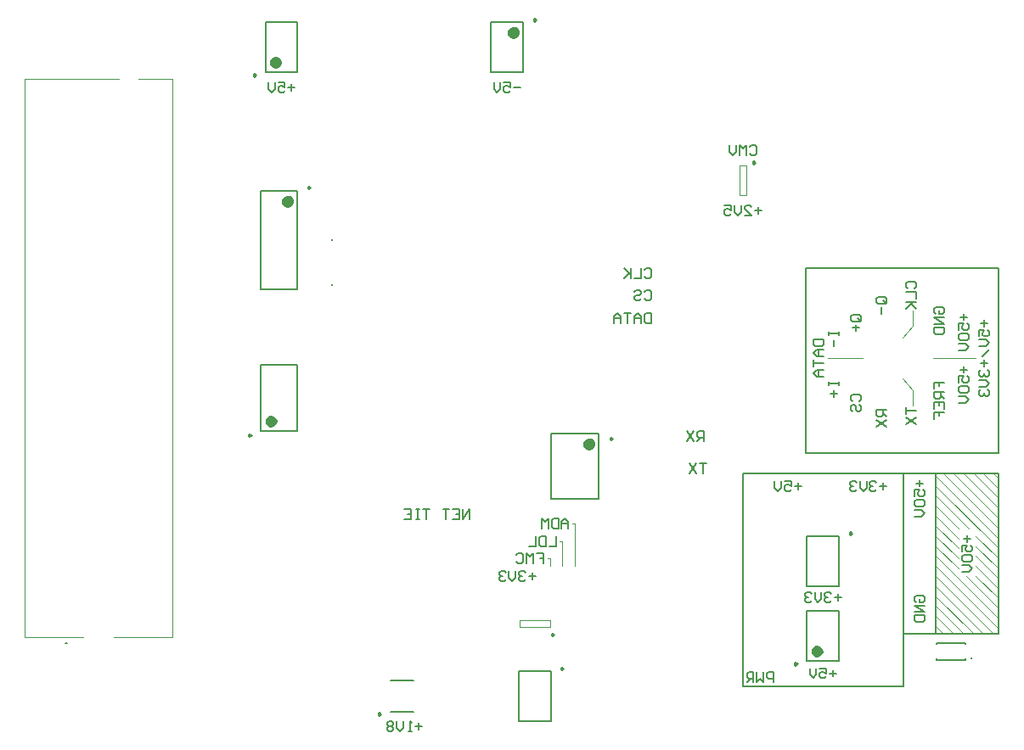
<source format=gbo>
G04*
G04 #@! TF.GenerationSoftware,Altium Limited,Altium Designer,23.11.1 (41)*
G04*
G04 Layer_Color=32896*
%FSLAX25Y25*%
%MOIN*%
G70*
G04*
G04 #@! TF.SameCoordinates,29EA51B2-5BA9-446F-9376-B5E75E75F833*
G04*
G04*
G04 #@! TF.FilePolarity,Positive*
G04*
G01*
G75*
%ADD11C,0.00984*%
%ADD12C,0.00984*%
%ADD13C,0.02362*%
%ADD15C,0.00787*%
%ADD16C,0.00394*%
%ADD18C,0.00602*%
%ADD111C,0.00610*%
D11*
X297146Y76772D02*
X296408Y77198D01*
Y76345D01*
X297146Y76772D01*
X221850Y-122028D02*
X221112Y-121601D01*
Y-122454D01*
X221850Y-122028D01*
X335039Y-68878D02*
X334301Y-68452D01*
Y-69304D01*
X335039Y-68878D01*
X313583Y-120098D02*
X312844Y-119672D01*
Y-120525D01*
X313583Y-120098D01*
X150197Y-139862D02*
X149459Y-139436D01*
Y-140288D01*
X150197Y-139862D01*
X100984Y111201D02*
X100246Y111627D01*
Y110775D01*
X100984Y111201D01*
X99213Y-30315D02*
X98474Y-29889D01*
Y-30741D01*
X99213Y-30315D01*
X122343Y67028D02*
X121604Y67454D01*
Y66601D01*
X122343Y67028D01*
X241142Y-31693D02*
X240404Y-31267D01*
Y-32119D01*
X241142Y-31693D01*
X218012Y-108661D02*
X217274Y-108235D01*
Y-109088D01*
X218012Y-108661D01*
X211024Y132894D02*
X210285Y133320D01*
Y132467D01*
X211024Y132894D01*
D12*
X131102Y46260D02*
D03*
Y28543D02*
D03*
X382087Y-118110D02*
D03*
D13*
X322638Y-115157D02*
X322193Y-114234D01*
X321194Y-114006D01*
X320393Y-114645D01*
Y-115670D01*
X321194Y-116309D01*
X322193Y-116081D01*
X322638Y-115157D01*
X110039Y116142D02*
X109595Y117065D01*
X108595Y117293D01*
X107794Y116654D01*
Y115629D01*
X108595Y114990D01*
X109595Y115218D01*
X110039Y116142D01*
X108268Y-24803D02*
X107823Y-23880D01*
X106824Y-23652D01*
X106023Y-24291D01*
Y-25316D01*
X106824Y-25955D01*
X107823Y-25727D01*
X108268Y-24803D01*
X114764Y61614D02*
X114319Y62538D01*
X113320Y62766D01*
X112519Y62127D01*
Y61102D01*
X113320Y60463D01*
X114319Y60691D01*
X114764Y61614D01*
X233071Y-33661D02*
X232626Y-32738D01*
X231627Y-32510D01*
X230826Y-33149D01*
Y-34174D01*
X231627Y-34813D01*
X232626Y-34585D01*
X233071Y-33661D01*
X203346Y127953D02*
X202902Y128876D01*
X201903Y129104D01*
X201101Y128465D01*
Y127440D01*
X201903Y126801D01*
X202902Y127029D01*
X203346Y127953D01*
D15*
X27165Y-111984D02*
X26378D01*
X27165D01*
X316929Y-37402D02*
X392717D01*
X316929Y35433D02*
X392717D01*
Y-37402D02*
Y35433D01*
X316929Y-37402D02*
Y35433D01*
X392638Y-108268D02*
Y-45276D01*
X368110Y-108268D02*
Y-45276D01*
X392638D01*
X368110Y-108268D02*
X392638D01*
X368110D02*
Y-45276D01*
X355315Y-108268D02*
Y-45276D01*
X368110D01*
X355315Y-108268D02*
X368110D01*
X292323Y-45276D02*
X355315D01*
Y-128937D02*
Y-45276D01*
X204331Y-142717D02*
X216929D01*
X204331Y-123031D02*
X216929D01*
X204331Y-142717D02*
Y-123031D01*
X216929Y-142717D02*
Y-123031D01*
X317520Y-89567D02*
X330118D01*
X317520Y-69882D02*
X330118D01*
X317520Y-89567D02*
Y-69882D01*
X330118Y-89567D02*
Y-69882D01*
X368307Y-118504D02*
X379724D01*
X368307Y-111811D02*
X379724D01*
X368307Y-118504D02*
Y-117913D01*
X379724Y-118504D02*
Y-117913D01*
X368307Y-112402D02*
Y-111811D01*
X379724Y-112402D02*
Y-111811D01*
X317520Y-119095D02*
Y-99410D01*
X330118Y-119095D02*
Y-99410D01*
X317520Y-119095D02*
X330118D01*
X317520Y-99410D02*
X330118D01*
X153937Y-138976D02*
X162992D01*
X153937Y-126772D02*
X162992D01*
X292323Y-128937D02*
Y-45276D01*
Y-128937D02*
X355315D01*
X104921Y131890D02*
X117520D01*
X104921Y112205D02*
X117520D01*
Y131890D01*
X104921Y112205D02*
Y131890D01*
X103150Y-2756D02*
X117323D01*
X103150Y-28740D02*
X117323D01*
Y-2756D01*
X103150Y-28740D02*
Y-2756D01*
X117520Y26969D02*
Y65551D01*
X102953Y26969D02*
Y65551D01*
X117520D01*
X102953Y26969D02*
X117520D01*
X235827Y-55315D02*
Y-29724D01*
X216929Y-55315D02*
Y-29724D01*
X235827D01*
X216929Y-55315D02*
X235827D01*
X193504Y112205D02*
X206102D01*
X193504Y131890D02*
X206102D01*
X193504Y112205D02*
Y131890D01*
X206102Y112205D02*
Y131890D01*
D16*
X290945Y75787D02*
X293602D01*
X290945Y63976D02*
X293602D01*
Y75787D01*
X290945Y63976D02*
Y75787D01*
X368110Y-105315D02*
X371063Y-108268D01*
X368110Y-101378D02*
X375000Y-108268D01*
X368110Y-97441D02*
X378937Y-108268D01*
X368110Y-93504D02*
X382874Y-108268D01*
X390748Y-45276D02*
X392717Y-47244D01*
X386811Y-45276D02*
X392717Y-51181D01*
X382874Y-45276D02*
X392717Y-55118D01*
X378937Y-45276D02*
X392717Y-59055D01*
X374016Y-45276D02*
X375000D01*
X368110Y-46260D02*
Y-45276D01*
X379921Y-85630D02*
X392717Y-98425D01*
X225394Y-64961D02*
X226378D01*
Y-81693D02*
Y-64961D01*
X220472Y-71850D02*
X221457D01*
Y-81693D02*
Y-71850D01*
X216535Y-81693D02*
Y-78740D01*
X215551D02*
X216535D01*
X383858Y-69882D02*
X392717Y-78740D01*
X368110Y-73819D02*
X376969Y-82677D01*
X368110Y-85630D02*
X390748Y-108268D01*
X368110Y-89567D02*
X386811Y-108268D01*
X368110Y-81693D02*
X392717Y-106299D01*
X368110Y-77756D02*
X392717Y-102362D01*
X368110Y-58071D02*
X376969Y-66929D01*
X368110Y-46260D02*
X392717Y-70866D01*
X368110Y-65945D02*
X376969Y-74803D01*
X368110Y-54134D02*
X380906Y-66929D01*
X383858Y-77756D02*
X392717Y-86614D01*
X368110Y-50197D02*
X392717Y-74803D01*
X371063Y-45276D02*
X392717Y-66929D01*
X368110Y-62008D02*
X376969Y-70866D01*
X383858Y-81693D02*
X392717Y-90551D01*
X383858Y-85630D02*
X392638Y-94410D01*
X368110Y-69882D02*
X376969Y-78740D01*
X376969D01*
X383858Y-73819D02*
X392717Y-82677D01*
X375000Y-45276D02*
X392717Y-62992D01*
X366929Y0D02*
X383661D01*
X359055Y-18701D02*
Y-12795D01*
X355118Y-7874D02*
X359055Y-12795D01*
X355118Y7874D02*
X359055Y12795D01*
Y18701D01*
X325591Y0D02*
X339370D01*
X10472Y109807D02*
X47244D01*
X10472Y-109799D02*
Y109807D01*
Y-109799D02*
X33465D01*
X55118Y109807D02*
X68268D01*
Y-109799D02*
Y109807D01*
X45276Y-109799D02*
X68268D01*
X204724Y-102953D02*
X216535D01*
X204724Y-105709D02*
X216535D01*
X204724D02*
Y-102953D01*
X216535Y-105709D02*
Y-102953D01*
D18*
X299538Y58071D02*
X296915D01*
X298226Y59383D02*
Y56759D01*
X292979Y56103D02*
X295603D01*
X292979Y58727D01*
Y59383D01*
X293635Y60039D01*
X294947D01*
X295603Y59383D01*
X291667Y60039D02*
Y57415D01*
X290355Y56103D01*
X289043Y57415D01*
Y60039D01*
X285107D02*
X287731D01*
Y58071D01*
X286419Y58727D01*
X285763D01*
X285107Y58071D01*
Y56759D01*
X285763Y56103D01*
X287075D01*
X287731Y56759D01*
X253664Y34776D02*
X254320Y35432D01*
X255631D01*
X256287Y34776D01*
Y32153D01*
X255631Y31497D01*
X254320D01*
X253664Y32153D01*
X252352Y35432D02*
Y31497D01*
X249728D01*
X248416Y35432D02*
Y31497D01*
Y32809D01*
X245792Y35432D01*
X247760Y33465D01*
X245792Y31497D01*
X253664Y25918D02*
X254320Y26574D01*
X255631D01*
X256287Y25918D01*
Y23294D01*
X255631Y22638D01*
X254320D01*
X253664Y23294D01*
X249728Y25918D02*
X250384Y26574D01*
X251696D01*
X252352Y25918D01*
Y25262D01*
X251696Y24606D01*
X250384D01*
X249728Y23950D01*
Y23294D01*
X250384Y22638D01*
X251696D01*
X252352Y23294D01*
X256287Y17716D02*
Y13780D01*
X254320D01*
X253664Y14436D01*
Y17060D01*
X254320Y17716D01*
X256287D01*
X252352Y13780D02*
Y16404D01*
X251040Y17716D01*
X249728Y16404D01*
Y13780D01*
Y15748D01*
X252352D01*
X248416Y17716D02*
X245792D01*
X247104D01*
Y13780D01*
X244480D02*
Y16404D01*
X243168Y17716D01*
X241856Y16404D01*
Y13780D01*
Y15748D01*
X244480D01*
X315287Y-50197D02*
X312663D01*
X313975Y-48885D02*
Y-51509D01*
X308728Y-48229D02*
X311351D01*
Y-50197D01*
X310039Y-49541D01*
X309383D01*
X308728Y-50197D01*
Y-51509D01*
X309383Y-52165D01*
X310695D01*
X311351Y-51509D01*
X307416Y-48229D02*
Y-50853D01*
X306104Y-52165D01*
X304792Y-50853D01*
Y-48229D01*
X348751Y-50197D02*
X346127D01*
X347439Y-48885D02*
Y-51509D01*
X344815Y-48885D02*
X344159Y-48229D01*
X342847D01*
X342191Y-48885D01*
Y-49541D01*
X342847Y-50197D01*
X343503D01*
X342847D01*
X342191Y-50853D01*
Y-51509D01*
X342847Y-52165D01*
X344159D01*
X344815Y-51509D01*
X340880Y-48229D02*
Y-50853D01*
X339568Y-52165D01*
X338256Y-50853D01*
Y-48229D01*
X336944Y-48885D02*
X336288Y-48229D01*
X334976D01*
X334320Y-48885D01*
Y-49541D01*
X334976Y-50197D01*
X335632D01*
X334976D01*
X334320Y-50853D01*
Y-51509D01*
X334976Y-52165D01*
X336288D01*
X336944Y-51509D01*
X185035Y-63374D02*
Y-59438D01*
X182411Y-63374D01*
Y-59438D01*
X178476D02*
X181099D01*
Y-63374D01*
X178476D01*
X181099Y-61406D02*
X179788D01*
X177164Y-59438D02*
X174540D01*
X175852D01*
Y-63374D01*
X169292Y-59438D02*
X166668D01*
X167980D01*
Y-63374D01*
X165357Y-59438D02*
X164045D01*
X164701D01*
Y-63374D01*
X165357D01*
X164045D01*
X159453Y-59438D02*
X162077D01*
Y-63374D01*
X159453D01*
X162077Y-61406D02*
X160765D01*
X294947Y83005D02*
X295603Y83661D01*
X296915D01*
X297570Y83005D01*
Y80381D01*
X296915Y79725D01*
X295603D01*
X294947Y80381D01*
X293635Y79725D02*
Y83661D01*
X292323Y82349D01*
X291011Y83661D01*
Y79725D01*
X289699Y83661D02*
Y81037D01*
X288387Y79725D01*
X287075Y81037D01*
Y83661D01*
X116468Y106299D02*
X113844D01*
X115156Y107611D02*
Y104987D01*
X109909Y108267D02*
X112532D01*
Y106299D01*
X111221Y106955D01*
X110564D01*
X109909Y106299D01*
Y104987D01*
X110564Y104331D01*
X111876D01*
X112532Y104987D01*
X108597Y108267D02*
Y105643D01*
X107285Y104331D01*
X105973Y105643D01*
Y108267D01*
X218886Y-69883D02*
Y-73818D01*
X216262D01*
X214950Y-69883D02*
Y-73818D01*
X212982D01*
X212326Y-73162D01*
Y-70539D01*
X212982Y-69883D01*
X214950D01*
X211014D02*
Y-73818D01*
X208390D01*
X223807Y-66928D02*
Y-64305D01*
X222495Y-62993D01*
X221183Y-64305D01*
Y-66928D01*
Y-64961D01*
X223807D01*
X219871Y-62993D02*
Y-66928D01*
X217903D01*
X217248Y-66272D01*
Y-63649D01*
X217903Y-62993D01*
X219871D01*
X215936Y-66928D02*
Y-62993D01*
X214624Y-64305D01*
X213312Y-62993D01*
Y-66928D01*
X211341Y-76772D02*
X213965D01*
Y-78740D01*
X212653D01*
X213965D01*
Y-80708D01*
X210029D02*
Y-76772D01*
X208717Y-78084D01*
X207405Y-76772D01*
Y-80708D01*
X203469Y-77428D02*
X204125Y-76772D01*
X205437D01*
X206093Y-77428D01*
Y-80052D01*
X205437Y-80708D01*
X204125D01*
X203469Y-80052D01*
X211012Y-85630D02*
X208388D01*
X209700Y-84318D02*
Y-86942D01*
X207076Y-84318D02*
X206420Y-83662D01*
X205108D01*
X204452Y-84318D01*
Y-84974D01*
X205108Y-85630D01*
X205764D01*
X205108D01*
X204452Y-86286D01*
Y-86942D01*
X205108Y-87598D01*
X206420D01*
X207076Y-86942D01*
X203140Y-83662D02*
Y-86286D01*
X201828Y-87598D01*
X200517Y-86286D01*
Y-83662D01*
X199205Y-84318D02*
X198549Y-83662D01*
X197237D01*
X196581Y-84318D01*
Y-84974D01*
X197237Y-85630D01*
X197893D01*
X197237D01*
X196581Y-86286D01*
Y-86942D01*
X197237Y-87598D01*
X198549D01*
X199205Y-86942D01*
X361603Y-47846D02*
Y-50470D01*
X360291Y-49158D02*
X362915D01*
X359635Y-54406D02*
Y-51782D01*
X361603D01*
X360947Y-53094D01*
Y-53750D01*
X361603Y-54406D01*
X362915D01*
X363571Y-53750D01*
Y-52438D01*
X362915Y-51782D01*
X360291Y-55718D02*
X359635Y-56374D01*
Y-57686D01*
X360291Y-58342D01*
X362915D01*
X363571Y-57686D01*
Y-56374D01*
X362915Y-55718D01*
X360291D01*
X359635Y-59654D02*
X362259D01*
X363571Y-60966D01*
X362259Y-62278D01*
X359635D01*
X360291Y-95857D02*
X359635Y-95201D01*
Y-93889D01*
X360291Y-93233D01*
X362915D01*
X363571Y-93889D01*
Y-95201D01*
X362915Y-95857D01*
X361603D01*
Y-94545D01*
X363571Y-97169D02*
X359635D01*
X363571Y-99793D01*
X359635D01*
Y-101104D02*
X363571D01*
Y-103072D01*
X362915Y-103728D01*
X360291D01*
X359635Y-103072D01*
Y-101104D01*
X276957Y-32480D02*
Y-28544D01*
X274989D01*
X274333Y-29200D01*
Y-30512D01*
X274989Y-31168D01*
X276957D01*
X275645D02*
X274333Y-32480D01*
X273021Y-28544D02*
X270397Y-32480D01*
Y-28544D02*
X273021Y-32480D01*
X277941Y-41339D02*
X275317D01*
X276629D01*
Y-45275D01*
X274005Y-41339D02*
X271381Y-45275D01*
Y-41339D02*
X274005Y-45275D01*
X380374Y-69556D02*
Y-72180D01*
X379062Y-70868D02*
X381686D01*
X378406Y-76116D02*
Y-73492D01*
X380374D01*
X379718Y-74804D01*
Y-75460D01*
X380374Y-76116D01*
X381686D01*
X382342Y-75460D01*
Y-74148D01*
X381686Y-73492D01*
X379062Y-77428D02*
X378406Y-78084D01*
Y-79396D01*
X379062Y-80051D01*
X381686D01*
X382342Y-79396D01*
Y-78084D01*
X381686Y-77428D01*
X379062D01*
X378406Y-81363D02*
X381030D01*
X382342Y-82675D01*
X381030Y-83987D01*
X378406D01*
X166336Y-144685D02*
X163713D01*
X165024Y-143373D02*
Y-145997D01*
X162401Y-146653D02*
X161089D01*
X161745D01*
Y-142717D01*
X162401Y-143373D01*
X159121Y-142717D02*
Y-145341D01*
X157809Y-146653D01*
X156497Y-145341D01*
Y-142717D01*
X155185Y-143373D02*
X154529Y-142717D01*
X153217D01*
X152561Y-143373D01*
Y-144029D01*
X153217Y-144685D01*
X152561Y-145341D01*
Y-145997D01*
X153217Y-146653D01*
X154529D01*
X155185Y-145997D01*
Y-145341D01*
X154529Y-144685D01*
X155185Y-144029D01*
Y-143373D01*
X154529Y-144685D02*
X153217D01*
X205051Y106299D02*
X202427D01*
X198491Y108267D02*
X201115D01*
Y106299D01*
X199803Y106955D01*
X199147D01*
X198491Y106299D01*
Y104987D01*
X199147Y104331D01*
X200459D01*
X201115Y104987D01*
X197179Y108267D02*
Y105643D01*
X195867Y104331D01*
X194555Y105643D01*
Y108267D01*
X304405Y-127350D02*
Y-123415D01*
X302437D01*
X301781Y-124071D01*
Y-125382D01*
X302437Y-126039D01*
X304405D01*
X300469Y-123415D02*
Y-127350D01*
X299157Y-126039D01*
X297845Y-127350D01*
Y-123415D01*
X296533Y-127350D02*
Y-123415D01*
X294565D01*
X293910Y-124071D01*
Y-125382D01*
X294565Y-126039D01*
X296533D01*
X295221D02*
X293910Y-127350D01*
X329067Y-123819D02*
X326443D01*
X327755Y-122507D02*
Y-125131D01*
X322507Y-121851D02*
X325131D01*
Y-123819D01*
X323819Y-123163D01*
X323163D01*
X322507Y-123819D01*
Y-125131D01*
X323163Y-125787D01*
X324475D01*
X325131Y-125131D01*
X321195Y-121851D02*
Y-124475D01*
X319883Y-125787D01*
X318571Y-124475D01*
Y-121851D01*
X331034Y-93898D02*
X328411D01*
X329722Y-92586D02*
Y-95210D01*
X327099Y-92586D02*
X326443Y-91930D01*
X325131D01*
X324475Y-92586D01*
Y-93242D01*
X325131Y-93898D01*
X325787D01*
X325131D01*
X324475Y-94554D01*
Y-95210D01*
X325131Y-95865D01*
X326443D01*
X327099Y-95210D01*
X323163Y-91930D02*
Y-94554D01*
X321851Y-95865D01*
X320539Y-94554D01*
Y-91930D01*
X319227Y-92586D02*
X318571Y-91930D01*
X317259D01*
X316603Y-92586D01*
Y-93242D01*
X317259Y-93898D01*
X317915D01*
X317259D01*
X316603Y-94554D01*
Y-95210D01*
X317259Y-95865D01*
X318571D01*
X319227Y-95210D01*
D111*
X325966Y-9469D02*
Y-10780D01*
Y-10125D01*
X329902D01*
Y-9469D01*
Y-10780D01*
X327934Y-12748D02*
Y-15372D01*
X326622Y-14060D02*
X329246D01*
X338104Y14482D02*
X335480D01*
X334824Y15138D01*
Y16450D01*
X335480Y17106D01*
X338104D01*
X338760Y16450D01*
Y15138D01*
X337448Y15794D02*
X338760Y14482D01*
Y15138D02*
X338104Y14482D01*
X336792Y13171D02*
Y10547D01*
X335480Y11859D02*
X338104D01*
X347946Y21372D02*
X345323D01*
X344667Y22028D01*
Y23340D01*
X345323Y23996D01*
X347946D01*
X348602Y23340D01*
Y22028D01*
X347290Y22684D02*
X348602Y21372D01*
Y22028D02*
X347946Y21372D01*
X346635Y20060D02*
Y17436D01*
X325966Y10451D02*
Y9139D01*
Y9795D01*
X329902D01*
Y10451D01*
Y9139D01*
X327934Y7171D02*
Y4547D01*
X379115Y-3169D02*
Y-5793D01*
X377803Y-4481D02*
X380427D01*
X377147Y-9729D02*
Y-7105D01*
X379115D01*
X378459Y-8417D01*
Y-9073D01*
X379115Y-9729D01*
X380427D01*
X381083Y-9073D01*
Y-7761D01*
X380427Y-7105D01*
X377803Y-11041D02*
X377147Y-11697D01*
Y-13009D01*
X377803Y-13665D01*
X380427D01*
X381083Y-13009D01*
Y-11697D01*
X380427Y-11041D01*
X377803D01*
X377147Y-14976D02*
X379771D01*
X381083Y-16288D01*
X379771Y-17600D01*
X377147D01*
X379115Y17500D02*
Y14876D01*
X377803Y16188D02*
X380427D01*
X377147Y10940D02*
Y13564D01*
X379115D01*
X378459Y12252D01*
Y11596D01*
X379115Y10940D01*
X380427D01*
X381083Y11596D01*
Y12908D01*
X380427Y13564D01*
X377803Y9629D02*
X377147Y8973D01*
Y7661D01*
X377803Y7005D01*
X380427D01*
X381083Y7661D01*
Y8973D01*
X380427Y9629D01*
X377803D01*
X377147Y5693D02*
X379771D01*
X381083Y4381D01*
X379771Y3069D01*
X377147D01*
X367960Y17388D02*
X367304Y18044D01*
Y19355D01*
X367960Y20011D01*
X370584D01*
X371240Y19355D01*
Y18044D01*
X370584Y17388D01*
X369272D01*
Y18699D01*
X371240Y16076D02*
X367304D01*
X371240Y13452D01*
X367304D01*
Y12140D02*
X371240D01*
Y10172D01*
X370584Y9516D01*
X367960D01*
X367304Y10172D01*
Y12140D01*
X367304Y-12141D02*
Y-9517D01*
X369272D01*
Y-10829D01*
Y-9517D01*
X371240D01*
Y-13453D02*
X367304D01*
Y-15420D01*
X367960Y-16076D01*
X369272D01*
X369928Y-15420D01*
Y-13453D01*
Y-14764D02*
X371240Y-16076D01*
X367304Y-20012D02*
Y-17388D01*
X371240D01*
Y-20012D01*
X369272Y-17388D02*
Y-18700D01*
X367304Y-23948D02*
Y-21324D01*
X369272D01*
Y-22636D01*
Y-21324D01*
X371240D01*
X386989Y15087D02*
Y12463D01*
X385677Y13775D02*
X388301D01*
X385021Y8527D02*
Y11151D01*
X386989D01*
X386333Y9839D01*
Y9183D01*
X386989Y8527D01*
X388301D01*
X388957Y9183D01*
Y10495D01*
X388301Y11151D01*
X385021Y7215D02*
X387645D01*
X388957Y5904D01*
X387645Y4592D01*
X385021D01*
X388957Y3280D02*
X386333Y656D01*
X386989Y-656D02*
Y-3280D01*
X385677Y-1968D02*
X388301D01*
X385677Y-4592D02*
X385021Y-5248D01*
Y-6560D01*
X385677Y-7215D01*
X386333D01*
X386989Y-6560D01*
Y-5904D01*
Y-6560D01*
X387645Y-7215D01*
X388301D01*
X388957Y-6560D01*
Y-5248D01*
X388301Y-4592D01*
X385021Y-8527D02*
X387645D01*
X388957Y-9839D01*
X387645Y-11151D01*
X385021D01*
X385677Y-12463D02*
X385021Y-13119D01*
Y-14431D01*
X385677Y-15087D01*
X386333D01*
X386989Y-14431D01*
Y-13775D01*
Y-14431D01*
X387645Y-15087D01*
X388301D01*
X388957Y-14431D01*
Y-13119D01*
X388301Y-12463D01*
X348602Y-20295D02*
X344667D01*
Y-22263D01*
X345323Y-22919D01*
X346635D01*
X347290Y-22263D01*
Y-20295D01*
Y-21607D02*
X348602Y-22919D01*
X344667Y-24231D02*
X348602Y-26855D01*
X344667D02*
X348602Y-24231D01*
X335480Y-17014D02*
X334824Y-16358D01*
Y-15046D01*
X335480Y-14390D01*
X338104D01*
X338760Y-15046D01*
Y-16358D01*
X338104Y-17014D01*
X335480Y-20949D02*
X334824Y-20293D01*
Y-18981D01*
X335480Y-18326D01*
X336136D01*
X336792Y-18981D01*
Y-20293D01*
X337448Y-20949D01*
X338104D01*
X338760Y-20293D01*
Y-18981D01*
X338104Y-18326D01*
X356478Y-19311D02*
Y-21935D01*
Y-20623D01*
X360413D01*
X356478Y-23247D02*
X360413Y-25871D01*
X356478D02*
X360413Y-23247D01*
X357134Y27278D02*
X356478Y27934D01*
Y29246D01*
X357134Y29902D01*
X359757D01*
X360413Y29246D01*
Y27934D01*
X359757Y27278D01*
X356478Y25966D02*
X360413D01*
Y23342D01*
X356478Y22030D02*
X360413D01*
X359102D01*
X356478Y19406D01*
X358446Y21374D01*
X360413Y19406D01*
X320060Y7215D02*
X323996D01*
Y5248D01*
X323340Y4592D01*
X320716D01*
X320060Y5248D01*
Y7215D01*
X323996Y3280D02*
X321372D01*
X320060Y1968D01*
X321372Y656D01*
X323996D01*
X322028D01*
Y3280D01*
X320060Y-656D02*
Y-3280D01*
Y-1968D01*
X323996D01*
Y-4592D02*
X321372D01*
X320060Y-5904D01*
X321372Y-7215D01*
X323996D01*
X322028D01*
Y-4592D01*
M02*

</source>
